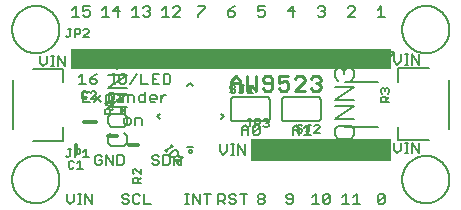
<source format=gbr>
G04 EAGLE Gerber RS-274X export*
G75*
%MOMM*%
%FSLAX34Y34*%
%LPD*%
%INSilkscreen Top*%
%IPPOS*%
%AMOC8*
5,1,8,0,0,1.08239X$1,22.5*%
G01*
%ADD10C,0.152400*%
%ADD11C,0.228600*%
%ADD12C,0.127000*%
%ADD13R,11.938000X1.905000*%
%ADD14R,27.178000X1.778000*%
%ADD15C,0.304800*%
%ADD16C,0.203200*%
%ADD17R,0.127000X0.762000*%

G36*
X97351Y80526D02*
X97351Y80526D01*
X97380Y80525D01*
X97470Y80552D01*
X97562Y80572D01*
X97587Y80587D01*
X97616Y80596D01*
X97758Y80686D01*
X100933Y83226D01*
X101002Y83303D01*
X101075Y83376D01*
X101084Y83394D01*
X101097Y83408D01*
X101139Y83504D01*
X101185Y83596D01*
X101187Y83616D01*
X101195Y83634D01*
X101204Y83737D01*
X101218Y83840D01*
X101214Y83859D01*
X101216Y83879D01*
X101191Y83980D01*
X101172Y84082D01*
X101162Y84099D01*
X101158Y84118D01*
X101102Y84206D01*
X101051Y84296D01*
X101034Y84313D01*
X101026Y84326D01*
X101001Y84346D01*
X100933Y84414D01*
X97758Y86954D01*
X97732Y86969D01*
X97710Y86990D01*
X97625Y87029D01*
X97543Y87075D01*
X97514Y87081D01*
X97487Y87093D01*
X97394Y87103D01*
X97302Y87121D01*
X97272Y87117D01*
X97243Y87120D01*
X97151Y87100D01*
X97058Y87088D01*
X97031Y87074D01*
X97002Y87068D01*
X96922Y87020D01*
X96838Y86978D01*
X96817Y86957D01*
X96791Y86942D01*
X96730Y86870D01*
X96664Y86804D01*
X96651Y86778D01*
X96631Y86755D01*
X96596Y86668D01*
X96554Y86584D01*
X96550Y86554D01*
X96539Y86527D01*
X96521Y86360D01*
X96521Y81280D01*
X96526Y81251D01*
X96523Y81221D01*
X96545Y81130D01*
X96561Y81037D01*
X96574Y81011D01*
X96581Y80982D01*
X96632Y80903D01*
X96676Y80820D01*
X96697Y80799D01*
X96713Y80774D01*
X96786Y80715D01*
X96854Y80651D01*
X96881Y80638D01*
X96904Y80619D01*
X96992Y80586D01*
X97077Y80547D01*
X97107Y80544D01*
X97134Y80533D01*
X97228Y80530D01*
X97321Y80520D01*
X97351Y80526D01*
G37*
D10*
X51788Y13215D02*
X51788Y7453D01*
X54670Y4572D01*
X57551Y7453D01*
X57551Y13215D01*
X61144Y4572D02*
X64025Y4572D01*
X62584Y4572D02*
X62584Y13215D01*
X61144Y13215D02*
X64025Y13215D01*
X67380Y13215D02*
X67380Y4572D01*
X73143Y4572D02*
X67380Y13215D01*
X73143Y13215D02*
X73143Y4572D01*
X81391Y44795D02*
X79951Y46235D01*
X77070Y46235D01*
X75629Y44795D01*
X75629Y39033D01*
X77070Y37592D01*
X79951Y37592D01*
X81391Y39033D01*
X81391Y41914D01*
X78510Y41914D01*
X84984Y46235D02*
X84984Y37592D01*
X90747Y37592D02*
X84984Y46235D01*
X90747Y46235D02*
X90747Y37592D01*
X94340Y37592D02*
X94340Y46235D01*
X94340Y37592D02*
X98661Y37592D01*
X100102Y39033D01*
X100102Y44795D01*
X98661Y46235D01*
X94340Y46235D01*
X102811Y13215D02*
X104251Y11775D01*
X102811Y13215D02*
X99930Y13215D01*
X98489Y11775D01*
X98489Y10334D01*
X99930Y8894D01*
X102811Y8894D01*
X104251Y7453D01*
X104251Y6013D01*
X102811Y4572D01*
X99930Y4572D01*
X98489Y6013D01*
X112166Y13215D02*
X113607Y11775D01*
X112166Y13215D02*
X109285Y13215D01*
X107844Y11775D01*
X107844Y6013D01*
X109285Y4572D01*
X112166Y4572D01*
X113607Y6013D01*
X117200Y4572D02*
X117200Y13215D01*
X117200Y4572D02*
X122962Y4572D01*
X129651Y44795D02*
X128211Y46235D01*
X125330Y46235D01*
X123889Y44795D01*
X123889Y43354D01*
X125330Y41914D01*
X128211Y41914D01*
X129651Y40473D01*
X129651Y39033D01*
X128211Y37592D01*
X125330Y37592D01*
X123889Y39033D01*
X133244Y37592D02*
X133244Y46235D01*
X133244Y37592D02*
X137566Y37592D01*
X139007Y39033D01*
X139007Y44795D01*
X137566Y46235D01*
X133244Y46235D01*
X142600Y43354D02*
X142600Y37592D01*
X142600Y43354D02*
X145481Y46235D01*
X148362Y43354D01*
X148362Y37592D01*
X148362Y41914D02*
X142600Y41914D01*
X152118Y4572D02*
X155000Y4572D01*
X153559Y4572D02*
X153559Y13215D01*
X152118Y13215D02*
X155000Y13215D01*
X158355Y13215D02*
X158355Y4572D01*
X164117Y4572D02*
X158355Y13215D01*
X164117Y13215D02*
X164117Y4572D01*
X170592Y4572D02*
X170592Y13215D01*
X173473Y13215D02*
X167710Y13215D01*
D11*
X190318Y100457D02*
X190318Y108761D01*
X194470Y112914D01*
X198622Y108761D01*
X198622Y100457D01*
X198622Y106685D02*
X190318Y106685D01*
X203883Y112914D02*
X203883Y100457D01*
X208035Y104609D01*
X212187Y100457D01*
X212187Y112914D01*
X217448Y102533D02*
X219524Y100457D01*
X223676Y100457D01*
X225752Y102533D01*
X225752Y110838D01*
X223676Y112914D01*
X219524Y112914D01*
X217448Y110838D01*
X217448Y108761D01*
X219524Y106685D01*
X225752Y106685D01*
X231013Y112914D02*
X239317Y112914D01*
X231013Y112914D02*
X231013Y106685D01*
X235165Y108761D01*
X237241Y108761D01*
X239317Y106685D01*
X239317Y102533D01*
X237241Y100457D01*
X233089Y100457D01*
X231013Y102533D01*
X244578Y100457D02*
X252882Y100457D01*
X244578Y100457D02*
X252882Y108761D01*
X252882Y110838D01*
X250806Y112914D01*
X246654Y112914D01*
X244578Y110838D01*
X258143Y110838D02*
X260219Y112914D01*
X264371Y112914D01*
X266447Y110838D01*
X266447Y108761D01*
X264371Y106685D01*
X262295Y106685D01*
X264371Y106685D02*
X266447Y104609D01*
X266447Y102533D01*
X264371Y100457D01*
X260219Y100457D01*
X258143Y102533D01*
D10*
X64704Y114815D02*
X61823Y111934D01*
X64704Y114815D02*
X64704Y106172D01*
X61823Y106172D02*
X67585Y106172D01*
X74059Y113375D02*
X76940Y114815D01*
X74059Y113375D02*
X71178Y110494D01*
X71178Y107613D01*
X72619Y106172D01*
X75500Y106172D01*
X76940Y107613D01*
X76940Y109053D01*
X75500Y110494D01*
X71178Y110494D01*
X89888Y106172D02*
X92770Y106172D01*
X91329Y106172D02*
X91329Y114815D01*
X89888Y114815D02*
X92770Y114815D01*
X97566Y114815D02*
X100447Y114815D01*
X97566Y114815D02*
X96125Y113375D01*
X96125Y107613D01*
X97566Y106172D01*
X100447Y106172D01*
X101887Y107613D01*
X101887Y113375D01*
X100447Y114815D01*
X105480Y106172D02*
X111243Y114815D01*
X114836Y114815D02*
X114836Y106172D01*
X120598Y106172D01*
X124191Y114815D02*
X129953Y114815D01*
X124191Y114815D02*
X124191Y106172D01*
X129953Y106172D01*
X127072Y110494D02*
X124191Y110494D01*
X133546Y114815D02*
X133546Y106172D01*
X137868Y106172D01*
X139308Y107613D01*
X139308Y113375D01*
X137868Y114815D01*
X133546Y114815D01*
X71483Y99575D02*
X65721Y99575D01*
X65721Y90932D01*
X71483Y90932D01*
X68602Y95254D02*
X65721Y95254D01*
X75076Y96694D02*
X80838Y90932D01*
X75076Y90932D02*
X80838Y96694D01*
X84431Y96694D02*
X84431Y88051D01*
X84431Y96694D02*
X88753Y96694D01*
X90193Y95254D01*
X90193Y92373D01*
X88753Y90932D01*
X84431Y90932D01*
X95227Y96694D02*
X98108Y96694D01*
X99549Y95254D01*
X99549Y90932D01*
X95227Y90932D01*
X93786Y92373D01*
X95227Y93813D01*
X99549Y93813D01*
X103142Y90932D02*
X103142Y96694D01*
X107463Y96694D01*
X108904Y95254D01*
X108904Y90932D01*
X118259Y90932D02*
X118259Y99575D01*
X118259Y90932D02*
X113937Y90932D01*
X112497Y92373D01*
X112497Y95254D01*
X113937Y96694D01*
X118259Y96694D01*
X123293Y90932D02*
X126174Y90932D01*
X123293Y90932D02*
X121852Y92373D01*
X121852Y95254D01*
X123293Y96694D01*
X126174Y96694D01*
X127614Y95254D01*
X127614Y93813D01*
X121852Y93813D01*
X131207Y90932D02*
X131207Y96694D01*
X131207Y93813D02*
X134088Y96694D01*
X135529Y96694D01*
D12*
X104144Y71755D02*
X101178Y71755D01*
X104144Y71755D02*
X105627Y73238D01*
X105627Y76204D01*
X104144Y77687D01*
X101178Y77687D01*
X99695Y76204D01*
X99695Y73238D01*
X101178Y71755D01*
X109050Y71755D02*
X109050Y77687D01*
X113499Y77687D01*
X114982Y76204D01*
X114982Y71755D01*
D10*
X179769Y13215D02*
X179769Y4572D01*
X179769Y13215D02*
X184091Y13215D01*
X185531Y11775D01*
X185531Y8894D01*
X184091Y7453D01*
X179769Y7453D01*
X182650Y7453D02*
X185531Y4572D01*
X193446Y13215D02*
X194887Y11775D01*
X193446Y13215D02*
X190565Y13215D01*
X189124Y11775D01*
X189124Y10334D01*
X190565Y8894D01*
X193446Y8894D01*
X194887Y7453D01*
X194887Y6013D01*
X193446Y4572D01*
X190565Y4572D01*
X189124Y6013D01*
X201361Y4572D02*
X201361Y13215D01*
X198480Y13215D02*
X204242Y13215D01*
X199687Y62992D02*
X199687Y68754D01*
X202568Y71635D01*
X205449Y68754D01*
X205449Y62992D01*
X205449Y67314D02*
X199687Y67314D01*
X209042Y64433D02*
X209042Y70195D01*
X210483Y71635D01*
X213364Y71635D01*
X214804Y70195D01*
X214804Y64433D01*
X213364Y62992D01*
X210483Y62992D01*
X209042Y64433D01*
X214804Y70195D01*
X242867Y68754D02*
X242867Y62992D01*
X242867Y68754D02*
X245748Y71635D01*
X248629Y68754D01*
X248629Y62992D01*
X248629Y67314D02*
X242867Y67314D01*
X252222Y68754D02*
X255103Y71635D01*
X255103Y62992D01*
X252222Y62992D02*
X257984Y62992D01*
D13*
X266700Y50165D03*
D14*
X190500Y127000D03*
D10*
X28928Y124293D02*
X28928Y130055D01*
X28928Y124293D02*
X31810Y121412D01*
X34691Y124293D01*
X34691Y130055D01*
X38284Y121412D02*
X41165Y121412D01*
X39724Y121412D02*
X39724Y130055D01*
X38284Y130055D02*
X41165Y130055D01*
X44520Y130055D02*
X44520Y121412D01*
X50283Y121412D02*
X44520Y130055D01*
X50283Y130055D02*
X50283Y121412D01*
X328648Y125563D02*
X328648Y131325D01*
X328648Y125563D02*
X331530Y122682D01*
X334411Y125563D01*
X334411Y131325D01*
X338004Y122682D02*
X340885Y122682D01*
X339444Y122682D02*
X339444Y131325D01*
X338004Y131325D02*
X340885Y131325D01*
X344240Y131325D02*
X344240Y122682D01*
X350003Y122682D02*
X344240Y131325D01*
X350003Y131325D02*
X350003Y122682D01*
X328648Y56395D02*
X328648Y50633D01*
X331530Y47752D01*
X334411Y50633D01*
X334411Y56395D01*
X338004Y47752D02*
X340885Y47752D01*
X339444Y47752D02*
X339444Y56395D01*
X338004Y56395D02*
X340885Y56395D01*
X344240Y56395D02*
X344240Y47752D01*
X350003Y47752D02*
X344240Y56395D01*
X350003Y56395D02*
X350003Y47752D01*
X59058Y171965D02*
X56177Y169084D01*
X59058Y171965D02*
X59058Y163322D01*
X56177Y163322D02*
X61939Y163322D01*
X65532Y171965D02*
X71294Y171965D01*
X65532Y171965D02*
X65532Y167644D01*
X68413Y169084D01*
X69854Y169084D01*
X71294Y167644D01*
X71294Y164763D01*
X69854Y163322D01*
X66973Y163322D01*
X65532Y164763D01*
X81577Y169084D02*
X84458Y171965D01*
X84458Y163322D01*
X81577Y163322D02*
X87339Y163322D01*
X95254Y163322D02*
X95254Y171965D01*
X90932Y167644D01*
X96694Y167644D01*
X106977Y169084D02*
X109858Y171965D01*
X109858Y163322D01*
X106977Y163322D02*
X112739Y163322D01*
X116332Y170525D02*
X117773Y171965D01*
X120654Y171965D01*
X122094Y170525D01*
X122094Y169084D01*
X120654Y167644D01*
X119213Y167644D01*
X120654Y167644D02*
X122094Y166203D01*
X122094Y164763D01*
X120654Y163322D01*
X117773Y163322D01*
X116332Y164763D01*
X132377Y169084D02*
X135258Y171965D01*
X135258Y163322D01*
X132377Y163322D02*
X138139Y163322D01*
X141732Y163322D02*
X147494Y163322D01*
X141732Y163322D02*
X147494Y169084D01*
X147494Y170525D01*
X146054Y171965D01*
X143173Y171965D01*
X141732Y170525D01*
X162454Y171965D02*
X168217Y171965D01*
X168217Y170525D01*
X162454Y164763D01*
X162454Y163322D01*
X190736Y170525D02*
X193617Y171965D01*
X190736Y170525D02*
X187854Y167644D01*
X187854Y164763D01*
X189295Y163322D01*
X192176Y163322D01*
X193617Y164763D01*
X193617Y166203D01*
X192176Y167644D01*
X187854Y167644D01*
X213254Y171965D02*
X219017Y171965D01*
X213254Y171965D02*
X213254Y167644D01*
X216136Y169084D01*
X217576Y169084D01*
X219017Y167644D01*
X219017Y164763D01*
X217576Y163322D01*
X214695Y163322D01*
X213254Y164763D01*
X242976Y163322D02*
X242976Y171965D01*
X238654Y167644D01*
X244417Y167644D01*
X264054Y170525D02*
X265495Y171965D01*
X268376Y171965D01*
X269817Y170525D01*
X269817Y169084D01*
X268376Y167644D01*
X266936Y167644D01*
X268376Y167644D02*
X269817Y166203D01*
X269817Y164763D01*
X268376Y163322D01*
X265495Y163322D01*
X264054Y164763D01*
X289454Y163322D02*
X295217Y163322D01*
X295217Y169084D02*
X289454Y163322D01*
X295217Y169084D02*
X295217Y170525D01*
X293776Y171965D01*
X290895Y171965D01*
X289454Y170525D01*
X314854Y169084D02*
X317736Y171965D01*
X317736Y163322D01*
X320617Y163322D02*
X314854Y163322D01*
X214695Y13215D02*
X213254Y11775D01*
X214695Y13215D02*
X217576Y13215D01*
X219017Y11775D01*
X219017Y10334D01*
X217576Y8894D01*
X219017Y7453D01*
X219017Y6013D01*
X217576Y4572D01*
X214695Y4572D01*
X213254Y6013D01*
X213254Y7453D01*
X214695Y8894D01*
X213254Y10334D01*
X213254Y11775D01*
X214695Y8894D02*
X217576Y8894D01*
X237384Y6013D02*
X238825Y4572D01*
X241706Y4572D01*
X243147Y6013D01*
X243147Y11775D01*
X241706Y13215D01*
X238825Y13215D01*
X237384Y11775D01*
X237384Y10334D01*
X238825Y8894D01*
X243147Y8894D01*
X259377Y10334D02*
X262258Y13215D01*
X262258Y4572D01*
X259377Y4572D02*
X265139Y4572D01*
X268732Y6013D02*
X268732Y11775D01*
X270173Y13215D01*
X273054Y13215D01*
X274494Y11775D01*
X274494Y6013D01*
X273054Y4572D01*
X270173Y4572D01*
X268732Y6013D01*
X274494Y11775D01*
X284777Y10334D02*
X287658Y13215D01*
X287658Y4572D01*
X284777Y4572D02*
X290539Y4572D01*
X294132Y10334D02*
X297013Y13215D01*
X297013Y4572D01*
X294132Y4572D02*
X299894Y4572D01*
X314854Y6013D02*
X314854Y11775D01*
X316295Y13215D01*
X319176Y13215D01*
X320617Y11775D01*
X320617Y6013D01*
X319176Y4572D01*
X316295Y4572D01*
X314854Y6013D01*
X320617Y11775D01*
X181328Y49363D02*
X181328Y55125D01*
X181328Y49363D02*
X184210Y46482D01*
X187091Y49363D01*
X187091Y55125D01*
X190684Y46482D02*
X193565Y46482D01*
X192124Y46482D02*
X192124Y55125D01*
X190684Y55125D02*
X193565Y55125D01*
X196920Y55125D02*
X196920Y46482D01*
X202683Y46482D02*
X196920Y55125D01*
X202683Y55125D02*
X202683Y46482D01*
D15*
X76200Y73660D02*
X66040Y73660D01*
D10*
X68668Y98980D02*
X67567Y100082D01*
X65364Y100082D01*
X64262Y98980D01*
X64262Y94574D01*
X65364Y93472D01*
X67567Y93472D01*
X68668Y94574D01*
X71746Y93472D02*
X76153Y93472D01*
X76153Y97878D02*
X71746Y93472D01*
X76153Y97878D02*
X76153Y98980D01*
X75051Y100082D01*
X72848Y100082D01*
X71746Y98980D01*
D15*
X59690Y54800D02*
X59690Y46800D01*
D10*
X56409Y41154D02*
X57510Y40052D01*
X56409Y41154D02*
X54205Y41154D01*
X53104Y40052D01*
X53104Y35646D01*
X54205Y34544D01*
X56409Y34544D01*
X57510Y35646D01*
X60588Y38950D02*
X62791Y41154D01*
X62791Y34544D01*
X60588Y34544D02*
X64994Y34544D01*
D16*
X286990Y69900D02*
X314990Y69900D01*
X314990Y107900D02*
X286990Y107900D01*
D10*
X317746Y90694D02*
X324356Y90694D01*
X317746Y90694D02*
X317746Y93999D01*
X318848Y95100D01*
X321051Y95100D01*
X322153Y93999D01*
X322153Y90694D01*
X322153Y92897D02*
X324356Y95100D01*
X318848Y98178D02*
X317746Y99279D01*
X317746Y101483D01*
X318848Y102584D01*
X319950Y102584D01*
X321051Y101483D01*
X321051Y100381D01*
X321051Y101483D02*
X322153Y102584D01*
X323254Y102584D01*
X324356Y101483D01*
X324356Y99279D01*
X323254Y98178D01*
D16*
X5400Y152400D02*
X5406Y152891D01*
X5424Y153381D01*
X5454Y153871D01*
X5496Y154360D01*
X5550Y154848D01*
X5616Y155335D01*
X5694Y155819D01*
X5784Y156302D01*
X5886Y156782D01*
X5999Y157260D01*
X6124Y157734D01*
X6261Y158206D01*
X6409Y158674D01*
X6569Y159138D01*
X6740Y159598D01*
X6922Y160054D01*
X7116Y160505D01*
X7320Y160951D01*
X7536Y161392D01*
X7762Y161828D01*
X7998Y162258D01*
X8245Y162682D01*
X8503Y163100D01*
X8771Y163511D01*
X9048Y163916D01*
X9336Y164314D01*
X9633Y164705D01*
X9940Y165088D01*
X10256Y165463D01*
X10581Y165831D01*
X10915Y166191D01*
X11258Y166542D01*
X11609Y166885D01*
X11969Y167219D01*
X12337Y167544D01*
X12712Y167860D01*
X13095Y168167D01*
X13486Y168464D01*
X13884Y168752D01*
X14289Y169029D01*
X14700Y169297D01*
X15118Y169555D01*
X15542Y169802D01*
X15972Y170038D01*
X16408Y170264D01*
X16849Y170480D01*
X17295Y170684D01*
X17746Y170878D01*
X18202Y171060D01*
X18662Y171231D01*
X19126Y171391D01*
X19594Y171539D01*
X20066Y171676D01*
X20540Y171801D01*
X21018Y171914D01*
X21498Y172016D01*
X21981Y172106D01*
X22465Y172184D01*
X22952Y172250D01*
X23440Y172304D01*
X23929Y172346D01*
X24419Y172376D01*
X24909Y172394D01*
X25400Y172400D01*
X25891Y172394D01*
X26381Y172376D01*
X26871Y172346D01*
X27360Y172304D01*
X27848Y172250D01*
X28335Y172184D01*
X28819Y172106D01*
X29302Y172016D01*
X29782Y171914D01*
X30260Y171801D01*
X30734Y171676D01*
X31206Y171539D01*
X31674Y171391D01*
X32138Y171231D01*
X32598Y171060D01*
X33054Y170878D01*
X33505Y170684D01*
X33951Y170480D01*
X34392Y170264D01*
X34828Y170038D01*
X35258Y169802D01*
X35682Y169555D01*
X36100Y169297D01*
X36511Y169029D01*
X36916Y168752D01*
X37314Y168464D01*
X37705Y168167D01*
X38088Y167860D01*
X38463Y167544D01*
X38831Y167219D01*
X39191Y166885D01*
X39542Y166542D01*
X39885Y166191D01*
X40219Y165831D01*
X40544Y165463D01*
X40860Y165088D01*
X41167Y164705D01*
X41464Y164314D01*
X41752Y163916D01*
X42029Y163511D01*
X42297Y163100D01*
X42555Y162682D01*
X42802Y162258D01*
X43038Y161828D01*
X43264Y161392D01*
X43480Y160951D01*
X43684Y160505D01*
X43878Y160054D01*
X44060Y159598D01*
X44231Y159138D01*
X44391Y158674D01*
X44539Y158206D01*
X44676Y157734D01*
X44801Y157260D01*
X44914Y156782D01*
X45016Y156302D01*
X45106Y155819D01*
X45184Y155335D01*
X45250Y154848D01*
X45304Y154360D01*
X45346Y153871D01*
X45376Y153381D01*
X45394Y152891D01*
X45400Y152400D01*
X45394Y151909D01*
X45376Y151419D01*
X45346Y150929D01*
X45304Y150440D01*
X45250Y149952D01*
X45184Y149465D01*
X45106Y148981D01*
X45016Y148498D01*
X44914Y148018D01*
X44801Y147540D01*
X44676Y147066D01*
X44539Y146594D01*
X44391Y146126D01*
X44231Y145662D01*
X44060Y145202D01*
X43878Y144746D01*
X43684Y144295D01*
X43480Y143849D01*
X43264Y143408D01*
X43038Y142972D01*
X42802Y142542D01*
X42555Y142118D01*
X42297Y141700D01*
X42029Y141289D01*
X41752Y140884D01*
X41464Y140486D01*
X41167Y140095D01*
X40860Y139712D01*
X40544Y139337D01*
X40219Y138969D01*
X39885Y138609D01*
X39542Y138258D01*
X39191Y137915D01*
X38831Y137581D01*
X38463Y137256D01*
X38088Y136940D01*
X37705Y136633D01*
X37314Y136336D01*
X36916Y136048D01*
X36511Y135771D01*
X36100Y135503D01*
X35682Y135245D01*
X35258Y134998D01*
X34828Y134762D01*
X34392Y134536D01*
X33951Y134320D01*
X33505Y134116D01*
X33054Y133922D01*
X32598Y133740D01*
X32138Y133569D01*
X31674Y133409D01*
X31206Y133261D01*
X30734Y133124D01*
X30260Y132999D01*
X29782Y132886D01*
X29302Y132784D01*
X28819Y132694D01*
X28335Y132616D01*
X27848Y132550D01*
X27360Y132496D01*
X26871Y132454D01*
X26381Y132424D01*
X25891Y132406D01*
X25400Y132400D01*
X24909Y132406D01*
X24419Y132424D01*
X23929Y132454D01*
X23440Y132496D01*
X22952Y132550D01*
X22465Y132616D01*
X21981Y132694D01*
X21498Y132784D01*
X21018Y132886D01*
X20540Y132999D01*
X20066Y133124D01*
X19594Y133261D01*
X19126Y133409D01*
X18662Y133569D01*
X18202Y133740D01*
X17746Y133922D01*
X17295Y134116D01*
X16849Y134320D01*
X16408Y134536D01*
X15972Y134762D01*
X15542Y134998D01*
X15118Y135245D01*
X14700Y135503D01*
X14289Y135771D01*
X13884Y136048D01*
X13486Y136336D01*
X13095Y136633D01*
X12712Y136940D01*
X12337Y137256D01*
X11969Y137581D01*
X11609Y137915D01*
X11258Y138258D01*
X10915Y138609D01*
X10581Y138969D01*
X10256Y139337D01*
X9940Y139712D01*
X9633Y140095D01*
X9336Y140486D01*
X9048Y140884D01*
X8771Y141289D01*
X8503Y141700D01*
X8245Y142118D01*
X7998Y142542D01*
X7762Y142972D01*
X7536Y143408D01*
X7320Y143849D01*
X7116Y144295D01*
X6922Y144746D01*
X6740Y145202D01*
X6569Y145662D01*
X6409Y146126D01*
X6261Y146594D01*
X6124Y147066D01*
X5999Y147540D01*
X5886Y148018D01*
X5784Y148498D01*
X5694Y148981D01*
X5616Y149465D01*
X5550Y149952D01*
X5496Y150440D01*
X5454Y150929D01*
X5424Y151419D01*
X5406Y151909D01*
X5400Y152400D01*
X335600Y152400D02*
X335606Y152891D01*
X335624Y153381D01*
X335654Y153871D01*
X335696Y154360D01*
X335750Y154848D01*
X335816Y155335D01*
X335894Y155819D01*
X335984Y156302D01*
X336086Y156782D01*
X336199Y157260D01*
X336324Y157734D01*
X336461Y158206D01*
X336609Y158674D01*
X336769Y159138D01*
X336940Y159598D01*
X337122Y160054D01*
X337316Y160505D01*
X337520Y160951D01*
X337736Y161392D01*
X337962Y161828D01*
X338198Y162258D01*
X338445Y162682D01*
X338703Y163100D01*
X338971Y163511D01*
X339248Y163916D01*
X339536Y164314D01*
X339833Y164705D01*
X340140Y165088D01*
X340456Y165463D01*
X340781Y165831D01*
X341115Y166191D01*
X341458Y166542D01*
X341809Y166885D01*
X342169Y167219D01*
X342537Y167544D01*
X342912Y167860D01*
X343295Y168167D01*
X343686Y168464D01*
X344084Y168752D01*
X344489Y169029D01*
X344900Y169297D01*
X345318Y169555D01*
X345742Y169802D01*
X346172Y170038D01*
X346608Y170264D01*
X347049Y170480D01*
X347495Y170684D01*
X347946Y170878D01*
X348402Y171060D01*
X348862Y171231D01*
X349326Y171391D01*
X349794Y171539D01*
X350266Y171676D01*
X350740Y171801D01*
X351218Y171914D01*
X351698Y172016D01*
X352181Y172106D01*
X352665Y172184D01*
X353152Y172250D01*
X353640Y172304D01*
X354129Y172346D01*
X354619Y172376D01*
X355109Y172394D01*
X355600Y172400D01*
X356091Y172394D01*
X356581Y172376D01*
X357071Y172346D01*
X357560Y172304D01*
X358048Y172250D01*
X358535Y172184D01*
X359019Y172106D01*
X359502Y172016D01*
X359982Y171914D01*
X360460Y171801D01*
X360934Y171676D01*
X361406Y171539D01*
X361874Y171391D01*
X362338Y171231D01*
X362798Y171060D01*
X363254Y170878D01*
X363705Y170684D01*
X364151Y170480D01*
X364592Y170264D01*
X365028Y170038D01*
X365458Y169802D01*
X365882Y169555D01*
X366300Y169297D01*
X366711Y169029D01*
X367116Y168752D01*
X367514Y168464D01*
X367905Y168167D01*
X368288Y167860D01*
X368663Y167544D01*
X369031Y167219D01*
X369391Y166885D01*
X369742Y166542D01*
X370085Y166191D01*
X370419Y165831D01*
X370744Y165463D01*
X371060Y165088D01*
X371367Y164705D01*
X371664Y164314D01*
X371952Y163916D01*
X372229Y163511D01*
X372497Y163100D01*
X372755Y162682D01*
X373002Y162258D01*
X373238Y161828D01*
X373464Y161392D01*
X373680Y160951D01*
X373884Y160505D01*
X374078Y160054D01*
X374260Y159598D01*
X374431Y159138D01*
X374591Y158674D01*
X374739Y158206D01*
X374876Y157734D01*
X375001Y157260D01*
X375114Y156782D01*
X375216Y156302D01*
X375306Y155819D01*
X375384Y155335D01*
X375450Y154848D01*
X375504Y154360D01*
X375546Y153871D01*
X375576Y153381D01*
X375594Y152891D01*
X375600Y152400D01*
X375594Y151909D01*
X375576Y151419D01*
X375546Y150929D01*
X375504Y150440D01*
X375450Y149952D01*
X375384Y149465D01*
X375306Y148981D01*
X375216Y148498D01*
X375114Y148018D01*
X375001Y147540D01*
X374876Y147066D01*
X374739Y146594D01*
X374591Y146126D01*
X374431Y145662D01*
X374260Y145202D01*
X374078Y144746D01*
X373884Y144295D01*
X373680Y143849D01*
X373464Y143408D01*
X373238Y142972D01*
X373002Y142542D01*
X372755Y142118D01*
X372497Y141700D01*
X372229Y141289D01*
X371952Y140884D01*
X371664Y140486D01*
X371367Y140095D01*
X371060Y139712D01*
X370744Y139337D01*
X370419Y138969D01*
X370085Y138609D01*
X369742Y138258D01*
X369391Y137915D01*
X369031Y137581D01*
X368663Y137256D01*
X368288Y136940D01*
X367905Y136633D01*
X367514Y136336D01*
X367116Y136048D01*
X366711Y135771D01*
X366300Y135503D01*
X365882Y135245D01*
X365458Y134998D01*
X365028Y134762D01*
X364592Y134536D01*
X364151Y134320D01*
X363705Y134116D01*
X363254Y133922D01*
X362798Y133740D01*
X362338Y133569D01*
X361874Y133409D01*
X361406Y133261D01*
X360934Y133124D01*
X360460Y132999D01*
X359982Y132886D01*
X359502Y132784D01*
X359019Y132694D01*
X358535Y132616D01*
X358048Y132550D01*
X357560Y132496D01*
X357071Y132454D01*
X356581Y132424D01*
X356091Y132406D01*
X355600Y132400D01*
X355109Y132406D01*
X354619Y132424D01*
X354129Y132454D01*
X353640Y132496D01*
X353152Y132550D01*
X352665Y132616D01*
X352181Y132694D01*
X351698Y132784D01*
X351218Y132886D01*
X350740Y132999D01*
X350266Y133124D01*
X349794Y133261D01*
X349326Y133409D01*
X348862Y133569D01*
X348402Y133740D01*
X347946Y133922D01*
X347495Y134116D01*
X347049Y134320D01*
X346608Y134536D01*
X346172Y134762D01*
X345742Y134998D01*
X345318Y135245D01*
X344900Y135503D01*
X344489Y135771D01*
X344084Y136048D01*
X343686Y136336D01*
X343295Y136633D01*
X342912Y136940D01*
X342537Y137256D01*
X342169Y137581D01*
X341809Y137915D01*
X341458Y138258D01*
X341115Y138609D01*
X340781Y138969D01*
X340456Y139337D01*
X340140Y139712D01*
X339833Y140095D01*
X339536Y140486D01*
X339248Y140884D01*
X338971Y141289D01*
X338703Y141700D01*
X338445Y142118D01*
X338198Y142542D01*
X337962Y142972D01*
X337736Y143408D01*
X337520Y143849D01*
X337316Y144295D01*
X337122Y144746D01*
X336940Y145202D01*
X336769Y145662D01*
X336609Y146126D01*
X336461Y146594D01*
X336324Y147066D01*
X336199Y147540D01*
X336086Y148018D01*
X335984Y148498D01*
X335894Y148981D01*
X335816Y149465D01*
X335750Y149952D01*
X335696Y150440D01*
X335654Y150929D01*
X335624Y151419D01*
X335606Y151909D01*
X335600Y152400D01*
D10*
X332190Y58900D02*
X358190Y58900D01*
X332190Y58900D02*
X332190Y69900D01*
X332190Y107900D02*
X332190Y119900D01*
X358190Y119900D01*
X375190Y109900D02*
X375190Y67900D01*
X281010Y54509D02*
X278298Y51797D01*
X278298Y46374D01*
X281010Y43662D01*
X291856Y43662D01*
X294568Y46374D01*
X294568Y51797D01*
X291856Y54509D01*
X278298Y62745D02*
X278298Y68169D01*
X278298Y62745D02*
X281010Y60034D01*
X291856Y60034D01*
X294568Y62745D01*
X294568Y68169D01*
X291856Y70880D01*
X281010Y70880D01*
X278298Y68169D01*
X278298Y76405D02*
X294568Y76405D01*
X294568Y87252D02*
X278298Y76405D01*
X278298Y87252D02*
X294568Y87252D01*
X294568Y92777D02*
X278298Y92777D01*
X294568Y103623D01*
X278298Y103623D01*
X281010Y109148D02*
X278298Y111860D01*
X278298Y117283D01*
X281010Y119995D01*
X283721Y119995D01*
X286433Y117283D01*
X286433Y114572D01*
X286433Y117283D02*
X289145Y119995D01*
X291856Y119995D01*
X294568Y117283D01*
X294568Y111860D01*
X291856Y109148D01*
X48810Y118900D02*
X22810Y118900D01*
X48810Y118900D02*
X48810Y107900D01*
X48810Y69900D02*
X48810Y57900D01*
X22810Y57900D01*
X5810Y67900D02*
X5810Y109900D01*
X86418Y61939D02*
X89130Y64651D01*
X86418Y61939D02*
X86418Y56516D01*
X89130Y53804D01*
X99976Y53804D01*
X102688Y56516D01*
X102688Y61939D01*
X99976Y64651D01*
X86418Y72887D02*
X86418Y78311D01*
X86418Y72887D02*
X89130Y70176D01*
X99976Y70176D01*
X102688Y72887D01*
X102688Y78311D01*
X99976Y81022D01*
X89130Y81022D01*
X86418Y78311D01*
X86418Y86547D02*
X102688Y86547D01*
X102688Y97394D02*
X86418Y86547D01*
X86418Y97394D02*
X102688Y97394D01*
X102688Y102919D02*
X86418Y102919D01*
X102688Y113765D01*
X86418Y113765D01*
X86418Y127425D02*
X102688Y127425D01*
X94553Y119290D02*
X86418Y127425D01*
X94553Y130137D02*
X94553Y119290D01*
D16*
X5400Y25400D02*
X5406Y25891D01*
X5424Y26381D01*
X5454Y26871D01*
X5496Y27360D01*
X5550Y27848D01*
X5616Y28335D01*
X5694Y28819D01*
X5784Y29302D01*
X5886Y29782D01*
X5999Y30260D01*
X6124Y30734D01*
X6261Y31206D01*
X6409Y31674D01*
X6569Y32138D01*
X6740Y32598D01*
X6922Y33054D01*
X7116Y33505D01*
X7320Y33951D01*
X7536Y34392D01*
X7762Y34828D01*
X7998Y35258D01*
X8245Y35682D01*
X8503Y36100D01*
X8771Y36511D01*
X9048Y36916D01*
X9336Y37314D01*
X9633Y37705D01*
X9940Y38088D01*
X10256Y38463D01*
X10581Y38831D01*
X10915Y39191D01*
X11258Y39542D01*
X11609Y39885D01*
X11969Y40219D01*
X12337Y40544D01*
X12712Y40860D01*
X13095Y41167D01*
X13486Y41464D01*
X13884Y41752D01*
X14289Y42029D01*
X14700Y42297D01*
X15118Y42555D01*
X15542Y42802D01*
X15972Y43038D01*
X16408Y43264D01*
X16849Y43480D01*
X17295Y43684D01*
X17746Y43878D01*
X18202Y44060D01*
X18662Y44231D01*
X19126Y44391D01*
X19594Y44539D01*
X20066Y44676D01*
X20540Y44801D01*
X21018Y44914D01*
X21498Y45016D01*
X21981Y45106D01*
X22465Y45184D01*
X22952Y45250D01*
X23440Y45304D01*
X23929Y45346D01*
X24419Y45376D01*
X24909Y45394D01*
X25400Y45400D01*
X25891Y45394D01*
X26381Y45376D01*
X26871Y45346D01*
X27360Y45304D01*
X27848Y45250D01*
X28335Y45184D01*
X28819Y45106D01*
X29302Y45016D01*
X29782Y44914D01*
X30260Y44801D01*
X30734Y44676D01*
X31206Y44539D01*
X31674Y44391D01*
X32138Y44231D01*
X32598Y44060D01*
X33054Y43878D01*
X33505Y43684D01*
X33951Y43480D01*
X34392Y43264D01*
X34828Y43038D01*
X35258Y42802D01*
X35682Y42555D01*
X36100Y42297D01*
X36511Y42029D01*
X36916Y41752D01*
X37314Y41464D01*
X37705Y41167D01*
X38088Y40860D01*
X38463Y40544D01*
X38831Y40219D01*
X39191Y39885D01*
X39542Y39542D01*
X39885Y39191D01*
X40219Y38831D01*
X40544Y38463D01*
X40860Y38088D01*
X41167Y37705D01*
X41464Y37314D01*
X41752Y36916D01*
X42029Y36511D01*
X42297Y36100D01*
X42555Y35682D01*
X42802Y35258D01*
X43038Y34828D01*
X43264Y34392D01*
X43480Y33951D01*
X43684Y33505D01*
X43878Y33054D01*
X44060Y32598D01*
X44231Y32138D01*
X44391Y31674D01*
X44539Y31206D01*
X44676Y30734D01*
X44801Y30260D01*
X44914Y29782D01*
X45016Y29302D01*
X45106Y28819D01*
X45184Y28335D01*
X45250Y27848D01*
X45304Y27360D01*
X45346Y26871D01*
X45376Y26381D01*
X45394Y25891D01*
X45400Y25400D01*
X45394Y24909D01*
X45376Y24419D01*
X45346Y23929D01*
X45304Y23440D01*
X45250Y22952D01*
X45184Y22465D01*
X45106Y21981D01*
X45016Y21498D01*
X44914Y21018D01*
X44801Y20540D01*
X44676Y20066D01*
X44539Y19594D01*
X44391Y19126D01*
X44231Y18662D01*
X44060Y18202D01*
X43878Y17746D01*
X43684Y17295D01*
X43480Y16849D01*
X43264Y16408D01*
X43038Y15972D01*
X42802Y15542D01*
X42555Y15118D01*
X42297Y14700D01*
X42029Y14289D01*
X41752Y13884D01*
X41464Y13486D01*
X41167Y13095D01*
X40860Y12712D01*
X40544Y12337D01*
X40219Y11969D01*
X39885Y11609D01*
X39542Y11258D01*
X39191Y10915D01*
X38831Y10581D01*
X38463Y10256D01*
X38088Y9940D01*
X37705Y9633D01*
X37314Y9336D01*
X36916Y9048D01*
X36511Y8771D01*
X36100Y8503D01*
X35682Y8245D01*
X35258Y7998D01*
X34828Y7762D01*
X34392Y7536D01*
X33951Y7320D01*
X33505Y7116D01*
X33054Y6922D01*
X32598Y6740D01*
X32138Y6569D01*
X31674Y6409D01*
X31206Y6261D01*
X30734Y6124D01*
X30260Y5999D01*
X29782Y5886D01*
X29302Y5784D01*
X28819Y5694D01*
X28335Y5616D01*
X27848Y5550D01*
X27360Y5496D01*
X26871Y5454D01*
X26381Y5424D01*
X25891Y5406D01*
X25400Y5400D01*
X24909Y5406D01*
X24419Y5424D01*
X23929Y5454D01*
X23440Y5496D01*
X22952Y5550D01*
X22465Y5616D01*
X21981Y5694D01*
X21498Y5784D01*
X21018Y5886D01*
X20540Y5999D01*
X20066Y6124D01*
X19594Y6261D01*
X19126Y6409D01*
X18662Y6569D01*
X18202Y6740D01*
X17746Y6922D01*
X17295Y7116D01*
X16849Y7320D01*
X16408Y7536D01*
X15972Y7762D01*
X15542Y7998D01*
X15118Y8245D01*
X14700Y8503D01*
X14289Y8771D01*
X13884Y9048D01*
X13486Y9336D01*
X13095Y9633D01*
X12712Y9940D01*
X12337Y10256D01*
X11969Y10581D01*
X11609Y10915D01*
X11258Y11258D01*
X10915Y11609D01*
X10581Y11969D01*
X10256Y12337D01*
X9940Y12712D01*
X9633Y13095D01*
X9336Y13486D01*
X9048Y13884D01*
X8771Y14289D01*
X8503Y14700D01*
X8245Y15118D01*
X7998Y15542D01*
X7762Y15972D01*
X7536Y16408D01*
X7320Y16849D01*
X7116Y17295D01*
X6922Y17746D01*
X6740Y18202D01*
X6569Y18662D01*
X6409Y19126D01*
X6261Y19594D01*
X6124Y20066D01*
X5999Y20540D01*
X5886Y21018D01*
X5784Y21498D01*
X5694Y21981D01*
X5616Y22465D01*
X5550Y22952D01*
X5496Y23440D01*
X5454Y23929D01*
X5424Y24419D01*
X5406Y24909D01*
X5400Y25400D01*
X335600Y25400D02*
X335606Y25891D01*
X335624Y26381D01*
X335654Y26871D01*
X335696Y27360D01*
X335750Y27848D01*
X335816Y28335D01*
X335894Y28819D01*
X335984Y29302D01*
X336086Y29782D01*
X336199Y30260D01*
X336324Y30734D01*
X336461Y31206D01*
X336609Y31674D01*
X336769Y32138D01*
X336940Y32598D01*
X337122Y33054D01*
X337316Y33505D01*
X337520Y33951D01*
X337736Y34392D01*
X337962Y34828D01*
X338198Y35258D01*
X338445Y35682D01*
X338703Y36100D01*
X338971Y36511D01*
X339248Y36916D01*
X339536Y37314D01*
X339833Y37705D01*
X340140Y38088D01*
X340456Y38463D01*
X340781Y38831D01*
X341115Y39191D01*
X341458Y39542D01*
X341809Y39885D01*
X342169Y40219D01*
X342537Y40544D01*
X342912Y40860D01*
X343295Y41167D01*
X343686Y41464D01*
X344084Y41752D01*
X344489Y42029D01*
X344900Y42297D01*
X345318Y42555D01*
X345742Y42802D01*
X346172Y43038D01*
X346608Y43264D01*
X347049Y43480D01*
X347495Y43684D01*
X347946Y43878D01*
X348402Y44060D01*
X348862Y44231D01*
X349326Y44391D01*
X349794Y44539D01*
X350266Y44676D01*
X350740Y44801D01*
X351218Y44914D01*
X351698Y45016D01*
X352181Y45106D01*
X352665Y45184D01*
X353152Y45250D01*
X353640Y45304D01*
X354129Y45346D01*
X354619Y45376D01*
X355109Y45394D01*
X355600Y45400D01*
X356091Y45394D01*
X356581Y45376D01*
X357071Y45346D01*
X357560Y45304D01*
X358048Y45250D01*
X358535Y45184D01*
X359019Y45106D01*
X359502Y45016D01*
X359982Y44914D01*
X360460Y44801D01*
X360934Y44676D01*
X361406Y44539D01*
X361874Y44391D01*
X362338Y44231D01*
X362798Y44060D01*
X363254Y43878D01*
X363705Y43684D01*
X364151Y43480D01*
X364592Y43264D01*
X365028Y43038D01*
X365458Y42802D01*
X365882Y42555D01*
X366300Y42297D01*
X366711Y42029D01*
X367116Y41752D01*
X367514Y41464D01*
X367905Y41167D01*
X368288Y40860D01*
X368663Y40544D01*
X369031Y40219D01*
X369391Y39885D01*
X369742Y39542D01*
X370085Y39191D01*
X370419Y38831D01*
X370744Y38463D01*
X371060Y38088D01*
X371367Y37705D01*
X371664Y37314D01*
X371952Y36916D01*
X372229Y36511D01*
X372497Y36100D01*
X372755Y35682D01*
X373002Y35258D01*
X373238Y34828D01*
X373464Y34392D01*
X373680Y33951D01*
X373884Y33505D01*
X374078Y33054D01*
X374260Y32598D01*
X374431Y32138D01*
X374591Y31674D01*
X374739Y31206D01*
X374876Y30734D01*
X375001Y30260D01*
X375114Y29782D01*
X375216Y29302D01*
X375306Y28819D01*
X375384Y28335D01*
X375450Y27848D01*
X375504Y27360D01*
X375546Y26871D01*
X375576Y26381D01*
X375594Y25891D01*
X375600Y25400D01*
X375594Y24909D01*
X375576Y24419D01*
X375546Y23929D01*
X375504Y23440D01*
X375450Y22952D01*
X375384Y22465D01*
X375306Y21981D01*
X375216Y21498D01*
X375114Y21018D01*
X375001Y20540D01*
X374876Y20066D01*
X374739Y19594D01*
X374591Y19126D01*
X374431Y18662D01*
X374260Y18202D01*
X374078Y17746D01*
X373884Y17295D01*
X373680Y16849D01*
X373464Y16408D01*
X373238Y15972D01*
X373002Y15542D01*
X372755Y15118D01*
X372497Y14700D01*
X372229Y14289D01*
X371952Y13884D01*
X371664Y13486D01*
X371367Y13095D01*
X371060Y12712D01*
X370744Y12337D01*
X370419Y11969D01*
X370085Y11609D01*
X369742Y11258D01*
X369391Y10915D01*
X369031Y10581D01*
X368663Y10256D01*
X368288Y9940D01*
X367905Y9633D01*
X367514Y9336D01*
X367116Y9048D01*
X366711Y8771D01*
X366300Y8503D01*
X365882Y8245D01*
X365458Y7998D01*
X365028Y7762D01*
X364592Y7536D01*
X364151Y7320D01*
X363705Y7116D01*
X363254Y6922D01*
X362798Y6740D01*
X362338Y6569D01*
X361874Y6409D01*
X361406Y6261D01*
X360934Y6124D01*
X360460Y5999D01*
X359982Y5886D01*
X359502Y5784D01*
X359019Y5694D01*
X358535Y5616D01*
X358048Y5550D01*
X357560Y5496D01*
X357071Y5454D01*
X356581Y5424D01*
X356091Y5406D01*
X355600Y5400D01*
X355109Y5406D01*
X354619Y5424D01*
X354129Y5454D01*
X353640Y5496D01*
X353152Y5550D01*
X352665Y5616D01*
X352181Y5694D01*
X351698Y5784D01*
X351218Y5886D01*
X350740Y5999D01*
X350266Y6124D01*
X349794Y6261D01*
X349326Y6409D01*
X348862Y6569D01*
X348402Y6740D01*
X347946Y6922D01*
X347495Y7116D01*
X347049Y7320D01*
X346608Y7536D01*
X346172Y7762D01*
X345742Y7998D01*
X345318Y8245D01*
X344900Y8503D01*
X344489Y8771D01*
X344084Y9048D01*
X343686Y9336D01*
X343295Y9633D01*
X342912Y9940D01*
X342537Y10256D01*
X342169Y10581D01*
X341809Y10915D01*
X341458Y11258D01*
X341115Y11609D01*
X340781Y11969D01*
X340456Y12337D01*
X340140Y12712D01*
X339833Y13095D01*
X339536Y13486D01*
X339248Y13884D01*
X338971Y14289D01*
X338703Y14700D01*
X338445Y15118D01*
X338198Y15542D01*
X337962Y15972D01*
X337736Y16408D01*
X337520Y16849D01*
X337316Y17295D01*
X337122Y17746D01*
X336940Y18202D01*
X336769Y18662D01*
X336609Y19126D01*
X336461Y19594D01*
X336324Y20066D01*
X336199Y20540D01*
X336086Y21018D01*
X335984Y21498D01*
X335894Y21981D01*
X335816Y22465D01*
X335750Y22952D01*
X335696Y23440D01*
X335654Y23929D01*
X335624Y24419D01*
X335606Y24909D01*
X335600Y25400D01*
D17*
X101092Y83820D03*
D10*
X87122Y92202D02*
X87122Y98812D01*
X87122Y92202D02*
X90427Y92202D01*
X91528Y93304D01*
X91528Y97710D01*
X90427Y98812D01*
X87122Y98812D01*
X94606Y96608D02*
X96809Y98812D01*
X96809Y92202D01*
X94606Y92202D02*
X99013Y92202D01*
D15*
X94170Y62230D02*
X86170Y62230D01*
D10*
X84068Y80772D02*
X90678Y80772D01*
X84068Y80772D02*
X84068Y84077D01*
X85170Y85178D01*
X87373Y85178D01*
X88475Y84077D01*
X88475Y80772D01*
X88475Y82975D02*
X90678Y85178D01*
X86272Y88256D02*
X84068Y90459D01*
X90678Y90459D01*
X90678Y88256D02*
X90678Y92663D01*
D16*
X156210Y107024D02*
X158685Y104549D01*
X156210Y107024D02*
X153735Y104549D01*
X182019Y81215D02*
X184494Y78740D01*
X182019Y76265D01*
X130401Y81215D02*
X127926Y78740D01*
X130401Y76265D01*
X153735Y52931D02*
X158685Y52931D01*
X154940Y49285D02*
X154942Y49356D01*
X154948Y49427D01*
X154958Y49498D01*
X154972Y49568D01*
X154990Y49637D01*
X155011Y49704D01*
X155037Y49771D01*
X155066Y49836D01*
X155098Y49899D01*
X155135Y49961D01*
X155174Y50020D01*
X155217Y50077D01*
X155263Y50131D01*
X155312Y50183D01*
X155364Y50232D01*
X155418Y50278D01*
X155475Y50321D01*
X155534Y50360D01*
X155596Y50397D01*
X155659Y50429D01*
X155724Y50458D01*
X155791Y50484D01*
X155858Y50505D01*
X155927Y50523D01*
X155997Y50537D01*
X156068Y50547D01*
X156139Y50553D01*
X156210Y50555D01*
X156281Y50553D01*
X156352Y50547D01*
X156423Y50537D01*
X156493Y50523D01*
X156562Y50505D01*
X156629Y50484D01*
X156696Y50458D01*
X156761Y50429D01*
X156824Y50397D01*
X156886Y50360D01*
X156945Y50321D01*
X157002Y50278D01*
X157056Y50232D01*
X157108Y50183D01*
X157157Y50131D01*
X157203Y50077D01*
X157246Y50020D01*
X157285Y49961D01*
X157322Y49899D01*
X157354Y49836D01*
X157383Y49771D01*
X157409Y49704D01*
X157430Y49637D01*
X157448Y49568D01*
X157462Y49498D01*
X157472Y49427D01*
X157478Y49356D01*
X157480Y49285D01*
X157478Y49214D01*
X157472Y49143D01*
X157462Y49072D01*
X157448Y49002D01*
X157430Y48933D01*
X157409Y48866D01*
X157383Y48799D01*
X157354Y48734D01*
X157322Y48671D01*
X157285Y48609D01*
X157246Y48550D01*
X157203Y48493D01*
X157157Y48439D01*
X157108Y48387D01*
X157056Y48338D01*
X157002Y48292D01*
X156945Y48249D01*
X156886Y48210D01*
X156824Y48173D01*
X156761Y48141D01*
X156696Y48112D01*
X156629Y48086D01*
X156562Y48065D01*
X156493Y48047D01*
X156423Y48033D01*
X156352Y48023D01*
X156281Y48017D01*
X156210Y48015D01*
X156139Y48017D01*
X156068Y48023D01*
X155997Y48033D01*
X155927Y48047D01*
X155858Y48065D01*
X155791Y48086D01*
X155724Y48112D01*
X155659Y48141D01*
X155596Y48173D01*
X155534Y48210D01*
X155475Y48249D01*
X155418Y48292D01*
X155364Y48338D01*
X155312Y48387D01*
X155263Y48439D01*
X155217Y48493D01*
X155174Y48550D01*
X155135Y48609D01*
X155098Y48671D01*
X155066Y48734D01*
X155037Y48799D01*
X155011Y48866D01*
X154990Y48933D01*
X154972Y49002D01*
X154958Y49072D01*
X154948Y49143D01*
X154942Y49214D01*
X154940Y49285D01*
D10*
X136511Y48424D02*
X134953Y49982D01*
X135732Y49203D02*
X140406Y53876D01*
X141185Y53098D02*
X139627Y54655D01*
X145492Y48790D02*
X145492Y47233D01*
X145492Y48790D02*
X143934Y50348D01*
X142376Y50348D01*
X139260Y47233D01*
X139260Y45675D01*
X140818Y44117D01*
X142376Y44117D01*
X146889Y44277D02*
X150005Y44277D01*
X145331Y39604D01*
X143773Y41162D02*
X146889Y38046D01*
X51902Y44450D02*
X50800Y45552D01*
X51902Y44450D02*
X53003Y44450D01*
X54105Y45552D01*
X54105Y51060D01*
X55206Y51060D02*
X53003Y51060D01*
X58284Y51060D02*
X58284Y44450D01*
X58284Y51060D02*
X61589Y51060D01*
X62691Y49958D01*
X62691Y47755D01*
X61589Y46653D01*
X58284Y46653D01*
X65768Y48856D02*
X67972Y51060D01*
X67972Y44450D01*
X70175Y44450D02*
X65768Y44450D01*
X309272Y127848D02*
X310373Y126746D01*
X311475Y126746D01*
X312576Y127848D01*
X312576Y133356D01*
X311475Y133356D02*
X313678Y133356D01*
X316756Y133356D02*
X316756Y126746D01*
X316756Y133356D02*
X320061Y133356D01*
X321162Y132254D01*
X321162Y130051D01*
X320061Y128949D01*
X316756Y128949D01*
X324240Y133356D02*
X328646Y133356D01*
X328646Y132254D01*
X324240Y127848D01*
X324240Y126746D01*
X51902Y146050D02*
X50800Y147152D01*
X51902Y146050D02*
X53003Y146050D01*
X54105Y147152D01*
X54105Y152660D01*
X55206Y152660D02*
X53003Y152660D01*
X58284Y152660D02*
X58284Y146050D01*
X58284Y152660D02*
X61589Y152660D01*
X62691Y151558D01*
X62691Y149355D01*
X61589Y148253D01*
X58284Y148253D01*
X65768Y146050D02*
X70175Y146050D01*
X70175Y150456D02*
X65768Y146050D01*
X70175Y150456D02*
X70175Y151558D01*
X69073Y152660D01*
X66870Y152660D01*
X65768Y151558D01*
X203200Y70952D02*
X204302Y69850D01*
X205403Y69850D01*
X206505Y70952D01*
X206505Y76460D01*
X207606Y76460D02*
X205403Y76460D01*
X210684Y76460D02*
X210684Y69850D01*
X210684Y76460D02*
X213989Y76460D01*
X215091Y75358D01*
X215091Y73155D01*
X213989Y72053D01*
X210684Y72053D01*
X218168Y75358D02*
X219270Y76460D01*
X221473Y76460D01*
X222575Y75358D01*
X222575Y74256D01*
X221473Y73155D01*
X220372Y73155D01*
X221473Y73155D02*
X222575Y72053D01*
X222575Y70952D01*
X221473Y69850D01*
X219270Y69850D01*
X218168Y70952D01*
D16*
X220980Y74930D02*
X193040Y74930D01*
X220980Y95250D02*
X221080Y95248D01*
X221179Y95242D01*
X221279Y95232D01*
X221377Y95219D01*
X221476Y95201D01*
X221573Y95180D01*
X221669Y95155D01*
X221765Y95126D01*
X221859Y95093D01*
X221952Y95057D01*
X222043Y95017D01*
X222133Y94973D01*
X222221Y94926D01*
X222307Y94876D01*
X222391Y94822D01*
X222473Y94765D01*
X222552Y94705D01*
X222630Y94641D01*
X222704Y94575D01*
X222776Y94506D01*
X222845Y94434D01*
X222911Y94360D01*
X222975Y94282D01*
X223035Y94203D01*
X223092Y94121D01*
X223146Y94037D01*
X223196Y93951D01*
X223243Y93863D01*
X223287Y93773D01*
X223327Y93682D01*
X223363Y93589D01*
X223396Y93495D01*
X223425Y93399D01*
X223450Y93303D01*
X223471Y93206D01*
X223489Y93107D01*
X223502Y93009D01*
X223512Y92909D01*
X223518Y92810D01*
X223520Y92710D01*
X193040Y95250D02*
X192940Y95248D01*
X192841Y95242D01*
X192741Y95232D01*
X192643Y95219D01*
X192544Y95201D01*
X192447Y95180D01*
X192351Y95155D01*
X192255Y95126D01*
X192161Y95093D01*
X192068Y95057D01*
X191977Y95017D01*
X191887Y94973D01*
X191799Y94926D01*
X191713Y94876D01*
X191629Y94822D01*
X191547Y94765D01*
X191468Y94705D01*
X191390Y94641D01*
X191316Y94575D01*
X191244Y94506D01*
X191175Y94434D01*
X191109Y94360D01*
X191045Y94282D01*
X190985Y94203D01*
X190928Y94121D01*
X190874Y94037D01*
X190824Y93951D01*
X190777Y93863D01*
X190733Y93773D01*
X190693Y93682D01*
X190657Y93589D01*
X190624Y93495D01*
X190595Y93399D01*
X190570Y93303D01*
X190549Y93206D01*
X190531Y93107D01*
X190518Y93009D01*
X190508Y92909D01*
X190502Y92810D01*
X190500Y92710D01*
X190500Y77470D02*
X190502Y77370D01*
X190508Y77271D01*
X190518Y77171D01*
X190531Y77073D01*
X190549Y76974D01*
X190570Y76877D01*
X190595Y76781D01*
X190624Y76685D01*
X190657Y76591D01*
X190693Y76498D01*
X190733Y76407D01*
X190777Y76317D01*
X190824Y76229D01*
X190874Y76143D01*
X190928Y76059D01*
X190985Y75977D01*
X191045Y75898D01*
X191109Y75820D01*
X191175Y75746D01*
X191244Y75674D01*
X191316Y75605D01*
X191390Y75539D01*
X191468Y75475D01*
X191547Y75415D01*
X191629Y75358D01*
X191713Y75304D01*
X191799Y75254D01*
X191887Y75207D01*
X191977Y75163D01*
X192068Y75123D01*
X192161Y75087D01*
X192255Y75054D01*
X192351Y75025D01*
X192447Y75000D01*
X192544Y74979D01*
X192643Y74961D01*
X192741Y74948D01*
X192841Y74938D01*
X192940Y74932D01*
X193040Y74930D01*
X220980Y74930D02*
X221080Y74932D01*
X221179Y74938D01*
X221279Y74948D01*
X221377Y74961D01*
X221476Y74979D01*
X221573Y75000D01*
X221669Y75025D01*
X221765Y75054D01*
X221859Y75087D01*
X221952Y75123D01*
X222043Y75163D01*
X222133Y75207D01*
X222221Y75254D01*
X222307Y75304D01*
X222391Y75358D01*
X222473Y75415D01*
X222552Y75475D01*
X222630Y75539D01*
X222704Y75605D01*
X222776Y75674D01*
X222845Y75746D01*
X222911Y75820D01*
X222975Y75898D01*
X223035Y75977D01*
X223092Y76059D01*
X223146Y76143D01*
X223196Y76229D01*
X223243Y76317D01*
X223287Y76407D01*
X223327Y76498D01*
X223363Y76591D01*
X223396Y76685D01*
X223425Y76781D01*
X223450Y76877D01*
X223471Y76974D01*
X223489Y77073D01*
X223502Y77171D01*
X223512Y77271D01*
X223518Y77370D01*
X223520Y77470D01*
X223520Y92710D01*
X190500Y92710D02*
X190500Y77470D01*
X193040Y95250D02*
X220980Y95250D01*
D10*
X194398Y104060D02*
X193297Y105162D01*
X191094Y105162D01*
X189992Y104060D01*
X189992Y102958D01*
X191094Y101857D01*
X193297Y101857D01*
X194398Y100755D01*
X194398Y99654D01*
X193297Y98552D01*
X191094Y98552D01*
X189992Y99654D01*
X197476Y99654D02*
X198578Y98552D01*
X199679Y98552D01*
X200781Y99654D01*
X200781Y105162D01*
X199679Y105162D02*
X201883Y105162D01*
X204960Y102958D02*
X207164Y105162D01*
X207164Y98552D01*
X209367Y98552D02*
X204960Y98552D01*
D16*
X236220Y95250D02*
X264160Y95250D01*
X236220Y74930D02*
X236120Y74932D01*
X236021Y74938D01*
X235921Y74948D01*
X235823Y74961D01*
X235724Y74979D01*
X235627Y75000D01*
X235531Y75025D01*
X235435Y75054D01*
X235341Y75087D01*
X235248Y75123D01*
X235157Y75163D01*
X235067Y75207D01*
X234979Y75254D01*
X234893Y75304D01*
X234809Y75358D01*
X234727Y75415D01*
X234648Y75475D01*
X234570Y75539D01*
X234496Y75605D01*
X234424Y75674D01*
X234355Y75746D01*
X234289Y75820D01*
X234225Y75898D01*
X234165Y75977D01*
X234108Y76059D01*
X234054Y76143D01*
X234004Y76229D01*
X233957Y76317D01*
X233913Y76407D01*
X233873Y76498D01*
X233837Y76591D01*
X233804Y76685D01*
X233775Y76781D01*
X233750Y76877D01*
X233729Y76974D01*
X233711Y77073D01*
X233698Y77171D01*
X233688Y77271D01*
X233682Y77370D01*
X233680Y77470D01*
X264160Y74930D02*
X264260Y74932D01*
X264359Y74938D01*
X264459Y74948D01*
X264557Y74961D01*
X264656Y74979D01*
X264753Y75000D01*
X264849Y75025D01*
X264945Y75054D01*
X265039Y75087D01*
X265132Y75123D01*
X265223Y75163D01*
X265313Y75207D01*
X265401Y75254D01*
X265487Y75304D01*
X265571Y75358D01*
X265653Y75415D01*
X265732Y75475D01*
X265810Y75539D01*
X265884Y75605D01*
X265956Y75674D01*
X266025Y75746D01*
X266091Y75820D01*
X266155Y75898D01*
X266215Y75977D01*
X266272Y76059D01*
X266326Y76143D01*
X266376Y76229D01*
X266423Y76317D01*
X266467Y76407D01*
X266507Y76498D01*
X266543Y76591D01*
X266576Y76685D01*
X266605Y76781D01*
X266630Y76877D01*
X266651Y76974D01*
X266669Y77073D01*
X266682Y77171D01*
X266692Y77271D01*
X266698Y77370D01*
X266700Y77470D01*
X266700Y92710D02*
X266698Y92810D01*
X266692Y92909D01*
X266682Y93009D01*
X266669Y93107D01*
X266651Y93206D01*
X266630Y93303D01*
X266605Y93399D01*
X266576Y93495D01*
X266543Y93589D01*
X266507Y93682D01*
X266467Y93773D01*
X266423Y93863D01*
X266376Y93951D01*
X266326Y94037D01*
X266272Y94121D01*
X266215Y94203D01*
X266155Y94282D01*
X266091Y94360D01*
X266025Y94434D01*
X265956Y94506D01*
X265884Y94575D01*
X265810Y94641D01*
X265732Y94705D01*
X265653Y94765D01*
X265571Y94822D01*
X265487Y94876D01*
X265401Y94926D01*
X265313Y94973D01*
X265223Y95017D01*
X265132Y95057D01*
X265039Y95093D01*
X264945Y95126D01*
X264849Y95155D01*
X264753Y95180D01*
X264656Y95201D01*
X264557Y95219D01*
X264459Y95232D01*
X264359Y95242D01*
X264260Y95248D01*
X264160Y95250D01*
X236220Y95250D02*
X236120Y95248D01*
X236021Y95242D01*
X235921Y95232D01*
X235823Y95219D01*
X235724Y95201D01*
X235627Y95180D01*
X235531Y95155D01*
X235435Y95126D01*
X235341Y95093D01*
X235248Y95057D01*
X235157Y95017D01*
X235067Y94973D01*
X234979Y94926D01*
X234893Y94876D01*
X234809Y94822D01*
X234727Y94765D01*
X234648Y94705D01*
X234570Y94641D01*
X234496Y94575D01*
X234424Y94506D01*
X234355Y94434D01*
X234289Y94360D01*
X234225Y94282D01*
X234165Y94203D01*
X234108Y94121D01*
X234054Y94037D01*
X234004Y93951D01*
X233957Y93863D01*
X233913Y93773D01*
X233873Y93682D01*
X233837Y93589D01*
X233804Y93495D01*
X233775Y93399D01*
X233750Y93303D01*
X233729Y93206D01*
X233711Y93107D01*
X233698Y93009D01*
X233688Y92909D01*
X233682Y92810D01*
X233680Y92710D01*
X233680Y77470D01*
X266700Y77470D02*
X266700Y92710D01*
X264160Y74930D02*
X236220Y74930D01*
D10*
X249584Y71634D02*
X250686Y70532D01*
X249584Y71634D02*
X247381Y71634D01*
X246280Y70532D01*
X246280Y69430D01*
X247381Y68329D01*
X249584Y68329D01*
X250686Y67227D01*
X250686Y66126D01*
X249584Y65024D01*
X247381Y65024D01*
X246280Y66126D01*
X253764Y66126D02*
X254865Y65024D01*
X255967Y65024D01*
X257069Y66126D01*
X257069Y71634D01*
X258170Y71634D02*
X255967Y71634D01*
X261248Y65024D02*
X265654Y65024D01*
X261248Y65024D02*
X265654Y69430D01*
X265654Y70532D01*
X264553Y71634D01*
X262349Y71634D01*
X261248Y70532D01*
D15*
X111950Y54610D02*
X103950Y54610D01*
D10*
X107436Y22624D02*
X114046Y22624D01*
X107436Y22624D02*
X107436Y25929D01*
X108538Y27030D01*
X110741Y27030D01*
X111843Y25929D01*
X111843Y22624D01*
X111843Y24827D02*
X114046Y27030D01*
X114046Y30108D02*
X114046Y34514D01*
X114046Y30108D02*
X109640Y34514D01*
X108538Y34514D01*
X107436Y33413D01*
X107436Y31209D01*
X108538Y30108D01*
M02*

</source>
